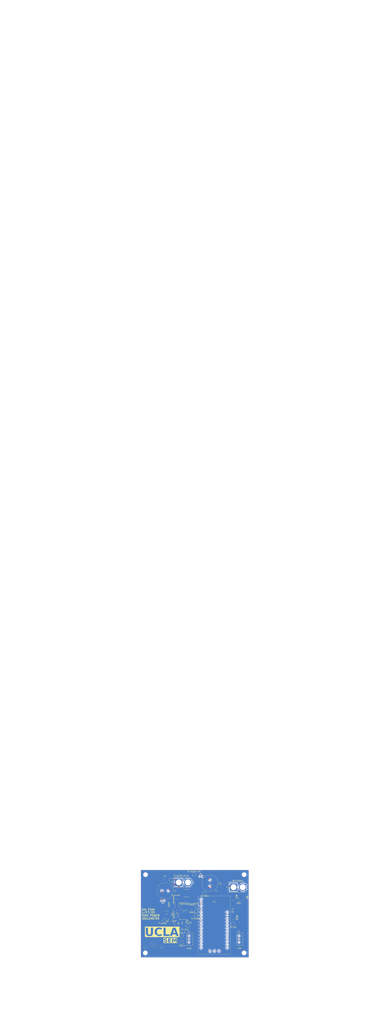
<source format=kicad_pcb>
(kicad_pcb (version 20240108) (generator "pcbnew") (generator_version "8.0")
  (layers (0 "F.Cu" signal) (31 "B.Cu" signal) (34 "B.Paste" user) (35 "F.Paste" user) (36 "B.SilkS" user "B.Silkscreen") (37 "F.SilkS" user "F.Silkscreen") (38 "B.Mask" user) (39 "F.Mask" user) (44 "Edge.Cuts" user))
  (net 0 "")
  (net 1 "Net-(U2-VIN+)")
  (net 2 "/AMP_OUT")
  (net 3 "GND")
  (net 4 "+3V3")
  (net 5 "Net-(U5-CAP)")
  (net 6 "/CSENSE_OUT")
  (net 7 "/MOSI")
  (net 8 "/MISO")
  (net 9 "Net-(U5-AIN2P)")
  (net 10 "/CS")
  (net 11 "/RESET")
  (net 12 "/Vdivider")
  (net 14 "+48V")
  (net 15 "+5V")
  (net 16 "Net-(48V_Power1-POS)")
  (net 17 "/SHUNT_LOAD")
  (net 18 "Net-(INA240A3-IN+)")
  (net 19 "/CAN_H")
  (net 39 "/SCK")
  (net 40 "/GPIO_CLKIN")
  (net 41 "Net-(D1-Pad2)")
  (net 42 "Net-(C2-Pad1)")
  (net 43 "Net-(C3-Pad1)")
  (net 45 "/CAN_L")
  (net 46 "Net-(INA240A3-OUT)")
  (footprint "TestPoint:TestPoint_Pad_D2.5mm" (layer "F.Cu") (at 153.5 69.225)
    (property "Reference" "TP_SHUNT_IN1")
    (property "Value" "~")
  )
  (footprint "SMV_Passives:0603_resistors" (layer "F.Cu") (at 145.575 106.375 90)
    (property "Reference" "R9")
    (property "Value" "20k ohms")
  )
  (footprint "SMV_Passives:Cap0805" (layer "F.Cu") (at 184.26 87.79 90)
    (property "Reference" "C6")
    (property "Value" "10μF" (hide yes))
  )
  (footprint "SMV_Connectors:AMASS_XT60-M" (layer "F.Cu") (at 188.06 79.28)
    (property "Reference" "48V_Power1")
    (property "Value" "XT60-M")
  )
  (footprint "TestPoint:TestPoint_Pad_D2.5mm" (layer "F.Cu") (at 143.912501 122.66401 -90)
    (property "Reference" "TS_CAN_L2" (hide yes))
    (property "Value" "~" (hide yes))
  )
  (footprint "Resistor_THT:R_Axial_DIN0204_L3.6mm_D1.6mm_P1.90mm_Vertical" (layer "F.Cu") (at 157.945 70.9)
    (property "Reference" "R1")
    (property "Value" "R_US")
  )
  (footprint "SMV_Passives:Cap0805" (layer "F.Cu") (at 143.89 95.21 -90)
    (property "Reference" "C11")
    (property "Value" "1μF" (hide yes))
  )
  (footprint "SMV_ICs:TSSOP20_PW_TEX" (layer "F.Cu") (at 145.975 101.170602)
    (property "Reference" "U5")
    (property "Value" "PADS131M04QPWRQ1")
  )
  (footprint "MountingHole:MountingHole_3.2mm_M3" (layer "F.Cu") (at 115.49 69.47)
    (property "Reference" "REF**" (hide yes))
    (property "Value" "MountingHole_3.2mm_M3")
  )
  (footprint "SMV_Passives:CAPC340180_180N_KEM" (layer "F.Cu") (at 175.92 76.99 90)
    (property "Reference" "C1")
    (property "Value" "4.7 µF")
  )
  (footprint "SMV_Passives:0603_resistors" (layer "F.Cu") (at 133.25 99.77 90)
    (property "Reference" "R5")
    (property "Value" "20k ohms")
  )
  (footprint "SMV_ICs:SOT-23-5_MC_MCH" (layer "F.Cu") (at 135.289999 104.795199 -90)
    (property "Reference" "U2")
    (property "Value" "MCP6286T-E/OT")
  )
  (footprint "TestPoint:TestPoint_Pad_D2.5mm" (layer "F.Cu") (at 184.15 108.15)
    (property "Reference" "TP_5V1")
    (property "Value" "~")
  )
  (footprint "SMV_Connectors:3pin_CON_22035035_MOL" (layer "F.Cu") (at 188.75924 117.48 90)
    (property "Reference" "CAN1")
    (property "Value" "22035035" (hide yes))
  )
  (footprint "TestPoint:TestPoint_Pad_D2.5mm" (layer "F.Cu") (at 155.65 94.24)
    (property "Reference" "CLK1")
    (property "Value" "~")
  )
  (footprint "TestPoint:TestPoint_Pad_D2.5mm" (layer "F.Cu") (at 130.4 105.2)
    (property "Reference" "TP_GND1")
    (property "Value" "~")
  )
  (footprint "TestPoint:TestPoint_Pad_D2.5mm" (layer "F.Cu") (at 148.675 109.55)
    (property "Reference" "TP_CS1")
    (property "Value" "~")
  )
  (footprint "TestPoint:TestPoint_Pad_D2.5mm" (layer "F.Cu") (at 155.44 97.96)
    (property "Reference" "MOSI1")
    (property "Value" "~")
  )
  (footprint "SMV_Passives:0805RESC2012X60N" (layer "F.Cu") (at 183.9 95.15 180)
    (property "Reference" "R7")
    (property "Value" "150 ohm")
  )
  (footprint "MountingHole:MountingHole_3.2mm_M3" (layer "F.Cu") (at 192.8 69.47)
    (property "Reference" "REF**" (hide yes))
    (property "Value" "MountingHole_3.2mm_M3")
  )
  (footprint "SMV_Connectors:RP2040" (layer "F.Cu") (at 169.5305 106.5)
    (property "Reference" "RP2")
    (property "Value" "~")
  )
  (footprint "TestPoint:TestPoint_Pad_D2.5mm" (layer "F.Cu") (at 141.83 111.77)
    (property "Reference" "TP_3V3")
    (property "Value" "~")
  )
  (footprint "SMV_Passives:Cap0805" (layer "F.Cu") (at 184.2 103.12 90)
    (property "Reference" "C10")
    (property "Value" "1 µF" (hide yes))
  )
  (footprint "SMV_Passives:0805RESC2012X60N" (layer "F.Cu") (at 139.85 98.4 180)
    (property "Reference" "R6")
    (property "Value" "50 ohms")
  )
  (footprint "TestPoint:TestPoint_Pad_D2.5mm" (layer "F.Cu") (at 161.875 83.975)
    (property "Reference" "TP_48V1")
    (property "Value" "~")
  )
  (footprint "SMV_Passives:Cap0805" (layer "F.Cu") (at 147.82 95.29 90)
    (property "Reference" "C12")
    (property "Value" "1μF" (hide yes))
  )
  (footprint "SMV_ICs:SOP65P640X120-8N" (layer "F.Cu") (at 140.1 93.070602 -90)
    (property "Reference" "INA240A3")
    (property "Value" "~")
  )
  (footprint "SMV_Passives:CAPC17595_87N_KEM" (layer "F.Cu") (at 136 100.5 -90)
    (property "Reference" "C9")
    (property "Value" "4.7nF")
  )
  (footprint "SMV_Passives:0603_resistors" (layer "F.Cu") (at 143.1 108.15 -90)
    (property "Reference" "R10")
    (property "Value" "20k ohms")
  )
  (footprint "SMV_Passives:0805RESC2012X60N" (layer "F.Cu") (at 130.7 98.2 -90)
    (property "Reference" "R4")
    (property "Value" "500k ohms")
  )
  (footprint "SMV_Passives:Big_Chunky_Cap" (layer "F.Cu") (at 165.91675 76.125 -90)
    (property "Reference" "C2")
    (property "Value" "470uF, 63V")
  )
  (footprint "SMV_Passives:Cap0805" (layer "F.Cu") (at 136.6 94.660301 90)
    (property "Reference" "C14")
    (property "Value" "0.1uF,50V" (hide yes))
  )
  (footprint "SMV_Passives:CAPC17595_87N_KEM" (layer "F.Cu") (at 139.85 107.545602 -90)
    (property "Reference" "C8")
    (property "Value" "4.7nF")
  )
  (footprint "SMV_Connectors:3pin_CON_22035035_MOL" (layer "F.Cu") (at 149.555001 117.45401 90)
    (property "Reference" "J3" (hide yes))
    (property "Value" "22035035" (hide yes))
  )
  (footprint "SMV_Passives:0603_resistors" (layer "F.Cu") (at 143.025 105.770602)
    (property "Reference" "R8")
    (property "Value" "20k ohms")
  )
  (footprint "SMV_Passives:Cap0805" (layer "F.Cu") (at 136.68 108.8 180)
    (property "Reference" "C7")
    (property "Value" "0.1uF" (hide yes))
  )
  (footprint "SMV_Passives:Big_Chunky_Cap" (layer "F.Cu") (at 130.825 82.15 180)
    (property "Reference" "C3")
    (property "Value" "470uF, 63V")
  )
  (footprint "MountingHole:MountingHole_3.2mm_M3" (layer "F.Cu") (at 192.77 130.8)
    (property "Reference" "REF**" (hide yes))
    (property "Value" "MountingHole_3.2mm_M3")
  )
  (footprint "TestPoint:TestPoint_Pad_D2.5mm" (layer "F.Cu") (at 143.892501 117.43401 -90)
    (property "Reference" "TS_CAN_H1" (hide yes))
    (property "Value" "~" (hide yes))
  )
  (footprint "TestPoint:TestPoint_Pad_D2.5mm" (layer "F.Cu") (at 154.9 101.55)
    (property "Reference" "TP_MISO1")
    (property "Value" "~")
  )
  (footprint "SMV_Passives:WL-SMCW_0603(diode)" (layer "F.Cu") (at 184.23 97.03 180)
    (property "Reference" "D1")
    (property "Value" "WL-SMCW_0603")
  )
  (footprint "TestPoint:TestPoint_Pad_D2.5mm" (layer "F.Cu") (at 139.475 101.175)
    (property "Reference" "CSNSE1")
    (property "Value" "~")
  )
  (footprint "SMV_Passives:Cap0805" (layer "F.Cu") (at 151.51 95.36 90)
    (property "Reference" "C13")
    (property "Value" "220nF" (hide yes))
  )
  (footprint "SMV_Logo:SEM_logo" (layer "F.Cu") (at 130.14 114.69)
    (property "Reference" "TP1")
    (property "Value" "TestPoint")
  )
  (footprint "SMV_Passives:Cap0805" (layer "F.Cu") (at 192.2 87.28 90)
    (property "Reference" "C5")
    (property "Value" "1μF" (hide yes))
  )
  (footprint "Resistor_THT:R_Axial_DIN0204_L3.6mm_D1.6mm_P1.90mm_Vertical" (layer "F.Cu") (at 130.1875 89.85 180)
    (property "Reference" "R2")
    (property "Value" "R_US")
  )
  (footprint "SMV_Passives:0805RESC2012X60N" (layer "F.Cu") (at 138.96 104.31 180)
    (property "Reference" "R3")
    (property "Value" "50 ohms")
  )
  (footprint "TestPoint:TestPoint_Pad_D2.5mm" (layer "F.Cu") (at 135.25 73.5)
    (property "Reference" "TP_SHUNT_OUT2")
    (property "Value" "~")
  )
  (footprint "MountingHole:MountingHole_3.2mm_M3" (layer "F.Cu") (at 115.33 130.8)
    (property "Reference" "REF**" (hide yes))
    (property "Value" "MountingHole_3.2mm_M3")
  )
  (footprint "SMV_Passives:RES_PSR400IT_ROM-L" (layer "F.Cu") (at 147.4384 83.975 180)
    (property "Reference" "R_shunt1")
    (property "Value" "0.0005ohm")
  )
  (footprint "SMV_ICs:U-DFN2020-6_TYPE-C_DIO-M" (layer "F.Cu") (at 188.4082 89.399999)
    (property "Reference" "LDO1")
    (property "Value" "~")
  )
  (footprint "SMV_Connectors:AMASS_XT60-M" (layer "F.Cu") (at 145.15 75.55)
    (property "Reference" "J1" (hide yes))
    (property "Value" "XT60-M")
  )
  (footprint "SMV_Passives:CAPC340180_180N_KEM" (layer "F.Cu") (at 129.7501 72.55 180)
    (property "Reference" "C4")
    (property "Value" "4.7 µF")
  )
  (gr_poly (pts (xy 125.2353 70.4549) (xy 125.2353 76.2549) (xy 128.99 76.2549) (xy 128.99 75.21) (xy 128.99 69.5549) (xy 126.1353 69.5549)) (fill solid) (layer "F.Cu") (net 3))
  (gr_rect (start 111.395 65.4) (end 196.785 134.75) (stroke (width 0.05)) (fill none) (layer "Edge.Cuts"))
  (gr_text "CAN_N\n" (at 141.48 125.7 0) (layer "F.SilkS") (effects (font (size 1 1)) (justify left bottom)))
  (gr_text "Leo Chen\n1/27/25\nHIGH POWER\nJOULEMETER\n" (at 112.18 104.74 0) (layer "F.SilkS") (effects (font (size 1.5 1.5) (thickness 0.3) (bold yes)) (justify left bottom)))
  (gr_text "CAN_P" (at 141.8 115.51 0) (layer "F.SilkS") (effects (font (size 1 1)) (justify left bottom)))
  (gr_text "CAN" (at 189.3 127.09 0) (layer "F.SilkS") (effects (font (size 1 1))))
  (segment (start 132.27 100.74) (end 130.7 99.17) (width 0.2) (layer "F.Cu") (net 1))
  (segment (start 134.339998 103.5) (end 133.25 102.410002) (width 0.2) (layer "F.Cu") (net 1))
  (segment (start 133.25 100.74) (end 132.27 100.74) (width 0.2) (layer "F.Cu") (net 1))
  (segment (start 133.25 102.410002) (end 133.25 100.74) (width 0.2) (layer "F.Cu") (net 1))
  (segment (start 137.05 104.31) (end 137.99 104.31) (width 0.2) (layer "F.Cu") (net 2))
  (segment (start 136.24 103.5) (end 137.05 104.31) (width 0.2) (layer "F.Cu") (net 2))
  (segment (start 134.339998 106.090398) (end 134.793998 106.090398) (width 0.2) (layer "F.Cu") (net 2))
  (segment (start 134.793998 106.090398) (end 136.394265 104.490131) (width 0.2) (layer "F.Cu") (net 2))
  (segment (start 136.394265 104.490131) (end 136.394265 103.654264) (width 0.2) (layer "F.Cu") (net 2))
  (segment (start 185.05 96.85) (end 185.05 97.7) (width 0.2) (layer "F.Cu") (net 3))
  (segment (start 145.575 107.125) (end 144.35 107.125) (width 0.2) (layer "F.Cu") (net 3))
  (segment (start 143.02225 102.7956) (end 141.7044 102.7956) (width 0.2) (layer "F.Cu") (net 3))
  (segment (start 171.125 129.36) (end 171.14 129.36) (width 0.2) (layer "F.Cu") (net 3))
  (segment (start 142.922248 101.595602) (end 143.02225 101.4956) (width 0.2) (layer "F.Cu") (net 3))
  (segment (start 140.4 95.965602) (end 140.425 95.940602) (width 0.2) (layer "F.Cu") (net 3))
  (segment (start 127.3752 72.55) (end 125.3565 72.55) (width 1) (layer "F.Cu") (net 3))
  (segment (start 139.125 88.75) (end 139.1 88.725) (width 0.2) (layer "F.Cu") (net 3))
  (segment (start 143.027853 98.89) (end 143.02225 98.895603) (width 0.2) (layer "F.Cu") (net 3))
  (segment (start 143.02225 100.845601) (end 141.729399 100.845601) (width 0.2) (layer "F.Cu") (net 3))
  (segment (start 143.89 94.31) (end 143.89 93.188704) (width 0.2) (layer "F.Cu") (net 3))
  (segment (start 137.4 108.870602) (end 137.4 107.775) (width 0.2) (layer "F.Cu") (net 3))
  (segment (start 149.496521 119.72924) (end 149.555001 119.67076) (width 0.2) (layer "F.Cu") (net 3))
  (segment (start 139.85 110.6) (end 139.85 108.445602) (width 0.2) (layer "F.Cu") (net 3))
  (segment (start 157.6 96.4) (end 159.0565 96.4) (width 0.2) (layer "F.Cu") (net 3))
  (segment (start 137.4 107.775) (end 137.45 107.725) (width 0.2) (layer "F.Cu") (net 3))
  (segment (start 135.289999 103.5) (end 135.289999 102.23) (width 0.2) (layer "F.Cu") (net 3))
  (segment (start 141.754397 100.195603) (end 141.75 100.2) (width 0.2) (layer "F.Cu") (net 3))
  (segment (start 147.6875 99.2125) (end 147.675 99.225) (width 0.2) (layer "F.Cu") (net 3))
  (segment (start 133.25 98.8) (end 133.25 97.8) (width 0.2) (layer "F.Cu") (net 3))
  (segment (start 192.84152 125.66652) (end 192.85 125.675) (width 0.2) (layer "F.Cu") (net 3))
  (segment (start 159.0565 96.4) (end 159.1165 96.34) (width 0.2) (layer "F.Cu") (net 3))
  (segment (start 136.6 91.889699) (end 136.6 93.760301) (width 0.2) (layer "F.Cu") (net 3))
  (segment (start 192.45 86.13) (end 192.2 86.38) (width 0.2) (layer "F.Cu") (net 3))
  (segment (start 143.02225 101.4956) (end 141.7294 101.4956) (width 0.2) (layer "F.Cu") (net 3))
  (segment (start 192.45 83.4625) (end 192.45 86.13) (width 0.2) (layer "F.Cu") (net 3))
  (segment (start 135.289999 101.9378) (end 136 101.227799) (width 0.2) (layer "F.Cu") (net 3))
  (segment (start 184.2 102.22) (end 184.35 102.07) (width 0.2) (layer "F.Cu") (net 3))
  (segment (start 148.92775 98.895603) (end 148.004397 98.895603) (width 0.2) (layer "F.Cu") (net 3))
  (segment (start 140.4 97.1) (end 140.4 95.965602) (width 0.2) (layer "F.Cu") (net 3))
  (segment (start 147.82 94.39) (end 147.82 92.098704) (width 0.2) (layer "F.Cu") (net 3))
  (segment (start 143.02225 103.445601) (end 141.695601 103.445601) (width 0.2) (layer "F.Cu") (net 3))
  (segment (start 141.725 101.5) (end 141.575 101.5) (width 0.2) (layer "F.Cu") (net 3))
  (segment (start 135.289999 102.23) (end 135.289999 101.9378) (width 0.2) (layer "F.Cu") (net 3))
  (segment (start 184.35 102.07) (end 184.35 98.4) (width 0.2) (layer "F.Cu") (net 3))
  (segment (start 144.85 98.89) (end 143.027853 98.89) (width 0.2) (layer "F.Cu") (net 3))
  (segment (start 189.475 90.049998) (end 190.625002 90.049998) (width 0.2) (layer "F.Cu") (net 3))
  (segment (start 141.7294 101.4956) (end 141.725 101.5) (width 0.2) (layer "F.Cu") (net 3))
  (segment (start 141.7044 102.7956) (end 141.7 102.8) (width 0.2) (layer "F.Cu") (net 3))
  (segment (start 147.82 92.098704) (end 146.3875 90.666204) (width 0.2) (layer "F.Cu") (net 3))
  (segment (start 136.475 91.875) (end 136.45 91.9) (width 0.2) (layer "F.Cu") (net 3))
  (segment (start 188.75924 119.98) (end 193.60076 119.98) (width 0.2) (layer "F.Cu") (net 3))
  (segment (start 149.496521 119.72924) (end 149.555001 119.67076) (width 0.2) (layer "F.Cu") (net 3))
  (segment (start 185.05 97.7) (end 184.35 98.4) (width 0.2) (layer "F.Cu") (net 3))
  (segment (start 169.5305 129.36) (end 171.125 129.36) (width 0.2) (layer "F.Cu") (net 3))
  (segment (start 151.51 94.46) (end 151.51 94.15) (width 0.2) (layer "F.Cu") (net 3))
  (segment (start 139.125 90.200602) (end 139.125 88.75) (width 0.2) (layer "F.Cu") (net 3))
  (segment (start 144.35 107.125) (end 144.325 107.15) (width 0.2) (layer "F.Cu") (net 3))
  (segment (start 141.695601 103.445601) (end 141.675 103.425) (width 0.2) (layer "F.Cu") (net 3))
  (segment (start 192.45 83.525) (end 192.425 83.55) (width 0.2) (layer "F.Cu") (net 3))
  (segment (start 139.825 110.625) (end 139.85 110.6) (width 0.2) (layer "F.Cu") (net 3))
  (segment (start 151.51 94.15) (end 152.5 93.16) (width 0.2) (layer "F.Cu") (net 3))
  (segment (start 190.625002 90.049998) (end 190.65 90.025) (width 0.2) (layer "F.Cu") (net 3))
  (segment (start 143.89 93.188704) (end 146.3875 90.691204) (width 0.2) (layer "F.Cu") (net 3))
  (segment (start 143.02225 100.195603) (end 141.754397 100.195603) (width 0.2) (layer "F.Cu") (net 3))
  (segment (start 130.4 105.2) (end 128.375 105.2) (width 0.2) (layer "F.Cu") (net 3))
  (segment (start 171.14 129.36) (end 171.15 129.35) (width 0.2) (layer "F.Cu") (net 3))
  (segment (start 141.729399 100.845601) (end 141.725 100.85) (width 0.2) (layer "F.Cu") (net 3))
  (segment (start 148.004397 98.895603) (end 147.6875 99.2125) (width 0.2) (layer "F.Cu") (net 3))
  (via (at 130.675 125.375) (size 0.6) (drill 0.3) (layers "F.Cu" "B.Cu") (net 3))
  (via (at 125.4501 72.55) (size 0.6) (drill 0.3) (layers "F.Cu" "B.Cu") (net 3))
  (via (at 141.725 101.5) (size 0.6) (drill 0.3) (layers "F.Cu" "B.Cu") (net 3))
  (via (at 135.15 88.825) (size 0.6) (drill 0.3) (layers "F.Cu" "B.Cu") (net 3))
  (via (at 123.475 118.475) (size 0.6) (drill 0.3) (layers "F.Cu" "B.Cu") (net 3))
  (via (at 141.75 100.2) (size 0.6) (drill 0.3) (layers "F.Cu" "B.Cu") (net 3))
  (via (at 187.41 132.51) (size 0.6) (drill 0.3) (layers "F.Cu" "B.Cu") (net 3))
  (via (at 123.075 97.6) (size 0.6) (drill 0.3) (layers "F.Cu" "B.Cu") (net 3))
  (via (at 128.375 105.2) (size 0.6) (drill 0.3) (layers "F.Cu" "B.Cu") (net 3))
  (via (at 190.65 90.025) (size 0.6) (drill 0.3) (layers "F.Cu" "B.Cu") (net 3))
  (via (at 147.6875 99.2125) (size 0.6) (drill 0.3) (layers "F.Cu" "B.Cu") (net 3))
  (via (at 123.075 107.475) (size 0.6) (drill 0.3) (layers "F.Cu" "B.Cu") (net 3))
  (via (at 139.1 88.725) (size 0.6) (drill 0.3) (layers "F.Cu" "B.Cu") (net 3))
  (via (at 137.45 107.725) (size 0.6) (drill 0.3) (layers "F.Cu" "B.Cu") (net 3))
  (via (at 193.95 67.05) (size 0.6) (drill 0.3) (layers "F.Cu" "B.Cu") (net 3))
  (via (at 141.7 102.8) (size 0.6) (drill 0.3) (layers "F.Cu" "B.Cu") (net 3))
  (via (at 138.075 132.75) (size 0.6) (drill 0.3) (layers "F.Cu" "B.Cu") (net 3))
  (via (at 135.289999 102.23) (size 0.6) (drill 0.3) (layers "F.Cu" "B.Cu") (net 3))
  (via (at 193.60924 119.98848) (size 0.6) (drill 0.3) (layers "F.Cu" "B.Cu") (net 3))
  (via (at 195.15 97.425) (size 0.6) (drill 0.3) (layers "F.Cu" "B.Cu") (net 3))
  (via (at 125.5 74.2) (size 0.6) (drill 0.3) (layers "F.Cu" "B.Cu") (net 3))
  (via (at 136.625 91.864699) (size 0.6) (drill 0.3) (layers "F.Cu" "B.Cu") (net 3))
  (via (at 122.95 132.525) (size 0.6) (drill 0.3) (layers "F.Cu" "B.Cu") (net 3))
  (via (at 152.5 93.16) (size 0.6) (drill 0.3) (layers "F.Cu" "B.Cu") (net 3))
  (via (at 130.875 132.45) (size 0.6) (drill 0.3) (layers "F.Cu" "B.Cu") (net 3))
  (via (at 184.35 98.4) (size 0.6) (drill 0.3) (layers "F.Cu" "B.Cu") (net 3))
  (via (at 123.125 125.325) (size 0.6) (drill 0.3) (layers "F.Cu" "B.Cu") (net 3))
  (via (at 139.825 110.625) (size 0.6) (drill 0.3) (layers "F.Cu" "B.Cu") (net 3))
  (via (at 125.5 70.7) (size 0.6) (drill 0.3) (layers "F.Cu" "B.Cu") (net 3))
  (via (at 192.475 83.4375) (size 0.6) (drill 0.3) (layers "F.Cu" "B.Cu") (net 3))
  (via (at 168 66.8) (size 0.6) (drill 0.3) (layers "F.Cu" "B.Cu") (net 3))
  (via (at 146.3875 90.666204) (size 0.6) (drill 0.3) (layers "F.Cu" "B.Cu") (net 3))
  (via (at 188.975 106.975) (size 0.6) (drill 0.3) (layers "F.Cu" "B.Cu") (net 3))
  (via (at 157.3 92.8) (size 0.6) (drill 0.3) (layers "F.Cu" "B.Cu") (net 3))
  (via (at 133.25 97.8) (size 0.6) (drill 0.3) (layers "F.Cu" "B.Cu") (net 3))
  (via (at 141.675 103.425) (size 0.6) (drill 0.3) (layers "F.Cu" "B.Cu") (net 3))
  (via (at 144.325 107.15) (size 0.6) (drill 0.3) (layers "F.Cu" "B.Cu") (net 3))
  (via (at 155.785 133.32848) (size 0.6) (drill 0.3) (layers "F.Cu" "B.Cu") (net 3))
  (via (at 169.5 98.85) (size 0.6) (drill 0.3) (layers "F.Cu" "B.Cu") (net 3))
  (via (at 141.729399 100.845601) (size 0.6) (drill 0.3) (layers "F.Cu" "B.Cu") (net 3))
  (via (at 189.05 73.84) (size 0.6) (drill 0.3) (layers "F.Cu" "B.Cu") (net 3))
  (via (at 137.475 118.525) (size 0.6) (drill 0.3) (layers "F.Cu" "B.Cu") (net 3))
  (via (at 169.375 118.825) (size 0.6) (drill 0.3) (layers "F.Cu" "B.Cu") (net 3))
  (via (at 157.6 96.4) (size 0.6) (drill 0.3) (layers "F.Cu" "B.Cu") (net 3))
  (via (at 146.877501 114.17401) (size 0.6) (drill 0.3) (layers "F.Cu" "B.Cu") (net 3))
  (via (at 130.5 118.425) (size 0.6) (drill 0.3) (layers "F.Cu" "B.Cu") (net 3))
  (via (at 144.85 98.89) (size 0.6) (drill 0.3) (layers "F.Cu" "B.Cu") (net 3))
  (via (at 171.125 129.36) (size 0.6) (drill 0.3) (layers "F.Cu" "B.Cu") (net 3))
  (via (at 137.575 125.375) (size 0.6) (drill 0.3) (layers "F.Cu" "B.Cu") (net 3))
  (via (at 180.6 133.425) (size 0.6) (drill 0.3) (layers "F.Cu" "B.Cu") (net 3))
  (via (at 140.4 97.1) (size 0.6) (drill 0.3) (layers "F.Cu" "B.Cu") (net 3))
  (via (at 195.5 115.075) (size 0.6) (drill 0.3) (layers "F.Cu" "B.Cu") (net 3))
  (segment (start 148.92775 98.245604) (end 147.479396 98.245604) (width 0.35) (layer "F.Cu") (net 4))
  (segment (start 143.25 96) (end 141.95 94.7) (width 0.35) (layer "F.Cu") (net 4))
  (segment (start 150.02 95.08) (end 149.075 96.025) (width 0.35) (layer "F.Cu") (net 4))
  (segment (start 146.875 98.85) (end 146.875 108.025) (width 0.35) (layer "F.Cu") (net 4))
  (segment (start 180.81 91.26) (end 182.925 93.375) (width 0.35) (layer "F.Cu") (net 4))
  (segment (start 151.96 91.26) (end 150.02 93.2) (width 0.35) (layer "F.Cu") (net 4))
  (segment (start 142.275 106.575) (end 143.1 107.4) (width 0.2) (layer "F.Cu") (net 4))
  (segment (start 136.24 108.34) (end 136.24 106.090398) (width 0.5) (layer "F.Cu") (net 4))
  (segment (start 159.1165 91.26) (end 151.96 91.26) (width 0.35) (layer "F.Cu") (net 4))
  (segment (start 135.78 108.8) (end 136.24 108.34) (width 0.5) (layer "F.Cu") (net 4))
  (segment (start 142.275 105.770602) (end 142.275 106.575) (width 0.2) (layer "F.Cu") (net 4))
  (segment (start 144.375 108.38) (end 143.41 107.415) (width 0.35) (layer "F.Cu") (net 4))
  (segment (start 141.95 94.7) (end 140.05 94.7) (width 0.35) (layer "F.Cu") (net 4))
  (segment (start 143.41 107.415) (end 143.1 107.415) (width 0.35) (layer "F.Cu") (net 4))
  (segment (start 139.775 94.975) (end 139.775 95.940602) (width 0.35) (layer "F.Cu") (net 4))
  (segment (start 139.125 95.940602) (end 139.775 95.940602) (width 0.35) (layer "F.Cu") (net 4))
  (segment (start 159.1165 91.26) (end 159.1165 93.8) (width 0.35) (layer "F.Cu") (net 4))
  (segment (start 142.675 107.4) (end 143.1 107.4) (width 0.5) (layer "F.Cu") (net 4))
  (segment (start 138.744699 95.560301) (end 139.125 95.940602) (width 0.35) (layer "F.Cu") (net 4))
  (segment (start 144.0875 97.180352) (end 143.02225 98.245602) (width 0.35) (layer "F.Cu") (net 4))
  (segment (start 147.479396 98.245604) (end 146.875 98.85) (width 0.35) (layer "F.Cu") (net 4))
  (segment (start 144.0875 96) (end 143.25 96) (width 0.35) (layer "F.Cu") (net 4))
  (segment (start 135.78 110.025) (end 135.78 108.8) (width 0.5) (layer "F.Cu") (net 4))
  (segment (start 144.0875 96) (end 144.0875 97.180352) (width 0.35) (layer "F.Cu") (net 4))
  (segment (start 148.0875 97.405354) (end 148.92775 98.245604) (width 0.35) (layer "F.Cu") (net 4))
  (segment (start 159.1165 91.26) (end 180.81 91.26) (width 0.35) (layer "F.Cu") (net 4))
  (segment (start 146.52 108.38) (end 144.375 108.38) (width 0.35) (layer "F.Cu") (net 4))
  (segment (start 148.0875 96.025) (end 144.1125 96.025) (width 0.35) (layer "F.Cu") (net 4))
  (segment (start 150.02 93.2) (end 150.02 95.08) (width 0.35) (layer "F.Cu") (net 4))
  (segment (start 137.525 111.77) (end 135.78 110.025) (width 0.5) (layer "F.Cu") (net 4))
  (segment (start 141.83 111.77) (end 141.83 108.245) (width 0.5) (layer "F.Cu") (net 4))
  (segment (start 140.05 94.7) (end 139.775 94.975) (width 0.35) (layer "F.Cu") (net 4))
  (segment (start 136.6 95.560301) (end 138.744699 95.560301) (width 0.35) (layer "F.Cu") (net 4))
  (segment (start 182.925 93.375) (end 182.925 95.15) (width 0.35) (layer "F.Cu") (net 4))
  (segment (start 141.83 111.77) (end 137.525 111.77) (width 0.5) (layer "F.Cu") (net 4))
  (segment (start 149.075 96.025) (end 148.0875 96.025) (width 0.35) (layer "F.Cu") (net 4))
  (segment (start 141.83 108.245) (end 142.675 107.4) (width 0.5) (layer "F.Cu") (net 4))
  (segment (start 148.0875 96.025) (end 148.0875 97.405354) (width 0.35) (layer "F.Cu") (net 4))
  (segment (start 146.875 108.025) (end 146.52 108.38) (width 0.35) (layer "F.Cu") (net 4))
  (segment (start 151.51 97.711689) (end 151.51 96.26) (width 0.2) (layer "F.Cu") (net 5))
  (segment (start 149.676085 99.545604) (end 151.51 97.711689) (width 0.2) (layer "F.Cu") (net 5))
  (segment (start 148.92775 99.545604) (end 149.676085 99.545604) (width 0.2) (layer "F.Cu") (net 5))
  (segment (start 139.475 98.775) (end 139.1 98.4) (width 0.2) (layer "F.Cu") (net 6))
  (segment (start 141.104399 99.545601) (end 139.475 101.175) (width 0.2) (layer "F.Cu") (net 6))
  (segment (start 136.6 99.6) (end 137.7 98.5) (width 0.2) (layer "F.Cu") (net 6))
  (segment (start 138.95 98.5) (end 138.95 98.1) (width 0.2) (layer "F.Cu") (net 6))
  (segment (start 136 99.6) (end 136.6 99.6) (width 0.2) (layer "F.Cu") (net 6))
  (segment (start 139.575 102.1) (end 139.5 102.1) (width 0.2) (layer "F.Cu") (net 6))
  (segment (start 143.02225 99.545601) (end 141.104399 99.545601) (width 0.2) (layer "F.Cu") (net 6))
  (segment (start 137.7 98.5) (end 138.95 98.5) (width 0.2) (layer "F.Cu") (net 6))
  (segment (start 139.475 101.175) (end 139.475 98.775) (width 0.2) (layer "F.Cu") (net 6))
  (segment (start 152.803204 97.875) (end 154.775 97.875) (width 0.2) (layer "F.Cu") (net 7))
  (segment (start 155.075 97.825) (end 155.305 97.825) (width 0.2) (layer "F.Cu") (net 7))
  (segment (start 155.305 97.825) (end 158.9 101.42) (width 0.2) (layer "F.Cu") (net 7))
  (segment (start 149.8326 100.845604) (end 152.803204 97.875) (width 0.2) (layer "F.Cu") (net 7))
  (segment (start 148.92775 100.845604) (end 149.8326 100.845604) (width 0.2) (layer "F.Cu") (net 7))
  (segment (start 158.9 101.42) (end 159.1165 101.42) (width 0.2) (layer "F.Cu") (net 7))
  (segment (start 158.596502 100.900002) (end 159.1165 101.42) (width 0.2) (layer "F.Cu") (net 7))
  (segment (start 154.845603 101.495603) (end 154.9 101.55) (width 0.2) (layer "F.Cu") (net 8))
  (segment (start 156.7065 101.55) (end 159.1165 103.96) (width 0.2) (layer "F.Cu") (net 8))
  (segment (start 148.92775 101.495603) (end 154.845603 101.495603) (width 0.2) (layer "F.Cu") (net 8))
  (segment (start 154.9 101.55) (end 156.7065 101.55) (width 0.2) (layer "F.Cu") (net 8))
  (segment (start 143.9271 102.145601) (end 144.0271 102.245601) (width 0.2) (layer "F.Cu") (net 9))
  (segment (start 143.920602 105.625) (end 143.775 105.770602) (width 0.2) (layer "F.Cu") (net 9))
  (segment (start 144.0271 105.518502) (end 143.775 105.770602) (width 0.2) (layer "F.Cu") (net 9))
  (segment (start 144.0271 102.245601) (end 144.0271 105.518502) (width 0.2) (layer "F.Cu") (net 9))
  (segment (start 143.02225 102.145601) (end 143.9271 102.145601) (width 0.2) (layer "F.Cu") (net 9))
  (segment (start 145.575 105.625) (end 143.920602 105.625) (width 0.2) (layer "F.Cu") (net 9))
  (segment (start 144.3 110.15) (end 148.075 110.15) (width 0.2) (layer "F.Cu") (net 10))
  (segment (start 143.1 108.95) (end 144.3 110.15) (width 0.2) (layer "F.Cu") (net 10))
  (segment (start 153.2 106.5) (end 159.1165 106.5) (width 0.2) (layer "F.Cu") (net 10))
  (segment (start 148.675 109.55) (end 148.675 109.65) (width 0.2) (layer "F.Cu") (net 10))
  (segment (start 143.1 108.9) (end 143.1 108.95) (width 0.2) (layer "F.Cu") (net 10))
  (segment (start 148.0229 103.445604) (end 147.9 103.568504) (width 0.2) (layer "F.Cu") (net 10))
  (segment (start 148.92775 103.445604) (end 150.145604 103.445604) (width 0.2) (layer "F.Cu") (net 10))
  (segment (start 147.9 106.129916) (end 148.675 106.904916) (width 0.2) (layer "F.Cu") (net 10))
  (segment (start 148.675 106.904916) (end 148.675 109.55) (width 0.2) (layer "F.Cu") (net 10))
  (segment (start 147.9 103.568504) (end 147.9 106.129916) (width 0.2) (layer "F.Cu") (net 10))
  (segment (start 150.145604 103.445604) (end 153.2 106.5) (width 0.2) (layer "F.Cu") (net 10))
  (segment (start 148.92775 103.445604) (end 148.0229 103.445604) (width 0.2) (layer "F.Cu") (net 10))
  (segment (start 148.075 110.15) (end 148.675 109.55) (width 0.2) (layer "F.Cu") (net 10))
  (segment (start 153.872148 109.04) (end 159.1165 109.04) (width 0.2) (layer "F.Cu") (net 11))
  (segment (start 148.92775 104.095602) (end 153.872148 109.04) (width 0.2) (layer "F.Cu") (net 11))
  (segment (start 139.85 104.645602) (end 139.525 104.320602) (width 0.2) (layer "F.Cu") (net 12))
  (segment (start 139.85 106.645602) (end 139.85 104.645602) (width 0.2) (layer "F.Cu") (net 12))
  (segment (start 142.797248 104.320602) (end 143.02225 104.0956) (width 0.2) (layer "F.Cu") (net 12))
  (segment (start 139.525 104.320602) (end 142.797248 104.320602) (width 0.2) (layer "F.Cu") (net 12))
  (segment (start 147 84.65) (end 147.675 83.975) (width 0.2) (layer "F.Cu") (net 14))
  (segment (start 145.590686 88.55) (end 147 87.140686) (width 0.2) (layer "F.Cu") (net 14))
  (segment (start 153.5 69.225) (end 155.55 71.275) (width 1) (layer "F.Cu") (net 14))
  (segment (start 153.5 69.225) (end 152.425 68.15) (width 1) (layer "F.Cu") (net 14))
  (segment (start 123.65 70.15) (end 123.65 89.6006) (width 1) (layer "F.Cu") (net 14))
  (segment (start 147.675 83.975) (end 151.35 83.975) (width 0.2) (layer "F.Cu") (net 14))
  (segment (start 161.875 82.675) (end 161.875 83.975) (width 1) (layer "F.Cu") (net 14))
  (segment (start 123.75 89.7006) (end 123.8122 89.7628) (width 1) (layer "F.Cu") (net 14))
  (segment (start 189.475 88.75) (end 192.046296 88.75) (width 0.25) (layer "F.Cu") (net 14))
  (segment (start 192.046296 88.75) (end 192.45 88.346296) (width 0.25) (layer "F.Cu") (net 14))
  (segment (start 183.725 78.1) (end 189.475 83.85) (width 0.35) (layer "F.Cu") (net 14))
  (segment (start 125.65 68.15) (end 123.65 70.15) (width 1) (layer "F.Cu") (net 14))
  (segment (start 141.290603 88.55) (end 145.590686 88.55) (width 0.2) (layer "F.Cu") (net 14))
  (segment (start 165.91675 78.63325) (end 161.875 82.675) (width 1) (layer "F.Cu") (net 14))
  (segment (start 123.8122 89.7628) (end 130.7 96.6506) (width 1) (layer "F.Cu") (net 14))
  (segment (start 155.55 71.275) (end 155.55 79.775) (width 1) (layer "F.Cu") (net 14))
  (segment (start 176 78.63325) (end 183.81325 78.63325) (width 1) (layer "F.Cu") (net 14))
  (segment (start 155.55 79.775) (end 151.35 83.975) (width 1) (layer "F.Cu") (net 14))
  (segment (start 140.425 90.200602) (end 140.425 89.415603) (width 0.2) (layer "F.Cu") (net 14))
  (segment (start 189.475 83.85) (end 189.475 88.75) (width 0.35) (layer "F.Cu") (net 14))
  (segment (start 140.425 89.415603) (end 141.290603 88.55) (width 0.2) (layer "F.Cu") (net 14))
  (segment (start 130.7 96.6506) (end 130.7 97.23) (width 1) (layer "F.Cu") (net 14))
  (segment (start 152.425 68.15) (end 125.65 68.15) (width 1) (layer "F.Cu") (net 14))
  (segment (start 151.35 83.975) (end 161.875 83.975) (width 1) (layer "F.Cu") (net 14))
  (segment (start 147 87.140686) (end 147 84.65) (width 0.2) (layer "F.Cu") (net 14))
  (segment (start 165.91675 78.63325) (end 176 78.63325) (width 1) (layer "F.Cu") (net 14))
  (segment (start 123.65 89.6006) (end 123.8122 89.7628) (width 1) (layer "F.Cu") (net 14))
  (segment (start 183.81325 78.63325) (end 184.46 79.28) (width 1) (layer "F.Cu") (net 14))
  (segment (start 183.926204 103.96) (end 184.175 104.208796) (width 0.35) (layer "F.Cu") (net 15))
  (segment (start 185.216204 104.208796) (end 184.175 104.208796) (width 0.35) (layer "F.Cu") (net 15))
  (segment (start 184.175 108.125) (end 184.15 108.15) (width 0.35) (layer "F.Cu") (net 15))
  (segment (start 184.275 88.729398) (end 184.275 89.7) (width 0.35) (layer "F.Cu") (net 15))
  (segment (start 179.5 103.96) (end 183.926204 103.96) (width 0.35) (layer "F.Cu") (net 15))
  (segment (start 179.54 104) (end 179.5 103.96) (width 0.2) (layer "F.Cu") (net 15))
  (segment (start 184.275 88.729398) (end 187.320798 88.729398) (width 0.35) (layer "F.Cu") (net 15))
  (segment (start 184.275 89.7) (end 186.725 92.15) (width 0.35) (layer "F.Cu") (net 15))
  (segment (start 186.725 92.15) (end 186.725 102.7) (width 0.35) (layer "F.Cu") (net 15))
  (segment (start 187.320798 88.729398) (end 187.3414 88.75) (width 0.2) (layer "F.Cu") (net 15))
  (segment (start 186.725 102.7) (end 185.216204 104.208796) (width 0.35) (layer "F.Cu") (net 15))
  (segment (start 184.175 104.208796) (end 184.175 108.125) (width 0.35) (layer "F.Cu") (net 15))
  (segment (start 139.93325 75.55) (end 141.55 75.55) (width 1) (layer "F.Cu") (net 17))
  (segment (start 145.5 88.075) (end 141.115603 88.075) (width 0.2) (layer "F.Cu") (net 17))
  (segment (start 146.375 84.625) (end 146.375 87.2) (width 0.2) (layer "F.Cu") (net 17))
  (segment (start 141.55 75.55) (end 139.5 73.5) (width 1) (layer "F.Cu") (net 17))
  (segment (start 139.5 73.5) (end 135.25 73.5) (width 1) (layer "F.Cu") (net 17))
  (segment (start 141.55 75.55) (end 141.55 81.9982) (width 1) (layer "F.Cu") (net 17))
  (segment (start 135.25 73.5) (end 134.3 72.55) (width 1) (layer "F.Cu") (net 17))
  (segment (start 141.55 81.9982) (end 143.5268 83.975) (width 1) (layer "F.Cu") (net 17))
  (segment (start 145.725 83.975) (end 143.5268 83.975) (width 0.2) (layer "F.Cu") (net 17))
  (segment (start 146.375 87.2) (end 145.5 88.075) (width 0.2) (layer "F.Cu") (net 17))
  (segment (start 141.115603 88.075) (end 139.775 89.415603) (width 0.2) (layer "F.Cu") (net 17))
  (segment (start 134.3 72.55) (end 131.152898 72.55) (width 1) (layer "F.Cu") (net 17))
  (segment (start 133.33325 82.15) (end 139.93325 75.55) (width 1) (layer "F.Cu") (net 17))
  (segment (start 145.725 83.975) (end 146.375 84.625) (width 0.2) (layer "F.Cu") (net 17))
  (segment (start 139.775 89.415603) (end 139.775 90.200602) (width 0.2) (layer "F.Cu") (net 17))
  (segment (start 156.7532 129.525) (end 152.085 124.8568) (width 0.2) (layer "F.Cu") (net 19))
  (segment (start 143.892501 117.43401) (end 149.535001 117.43401) (width 0.2) (layer "F.Cu") (net 19))
  (segment (start 160.380116 128.767833) (end 160.380116 129.285) (width 0.2) (layer "F.Cu") (net 19))
  (segment (start 157.620116 128.527833) (end 157.740116 128.527833) (width 0.2) (layer "F.Cu") (net 19))
  (segment (start 149.535001 117.43401) (end 149.555001 117.45401) (width 0.2) (layer "F.Cu") (net 19))
  (segment (start 162.180116 129.285) (end 162.180116 128.767846) (width 0.2) (layer "F.Cu") (net 19))
  (segment (start 159.420116 129.525) (end 159.540116 129.525) (width 0.2) (layer "F.Cu") (net 19))
  (segment (start 162.420116 128.527846) (end 162.540116 128.527846) (width 0.2) (layer "F.Cu") (net 19))
  (segment (start 152.085 119.984009) (end 149.555001 117.45401) (width 0.2) (layer "F.Cu") (net 19))
  (segment (start 174.96 128.91) (end 173.86 127.81) (width 0.2) (layer "F.Cu") (net 19))
  (segment (start 152.085 124.8568) (end 152.085 119.984009) (width 0.2) (layer "F.Cu") (net 19))
  (segment (start 158.220116 129.525) (end 158.340116 129.525) (width 0.2) (layer "F.Cu") (net 19))
  (segment (start 163.020116 129.525) (end 163.140116 129.525) (width 0.2) (layer "F.Cu") (net 19))
  (segment (start 159.780116 129.285) (end 159.780116 128.767833) (width 0.2) (layer "F.Cu") (net 19))
  (segment (start 188.75924 117.48) (end 183.645 122.59424) (width 0.2) (layer "F.Cu") (net 19))
  (segment (start 157.980116 128.767833) (end 157.980116 129.285) (width 0.2) (layer "F.Cu") (net 19))
  (segment (start 157.140116 129.525) (end 156.7532 129.525) (width 0.2) (layer "F.Cu") (net 19))
  (segment (start 183.645 122.59424) (end 183.645 126.3268) (width 0.2) (layer "F.Cu") (net 19))
  (segment (start 173.86 127.81) (end 167.5805 127.81) (width 0.2) (layer "F.Cu") (net 19))
  (segment (start 167.5805 127.81) (end 166.0305 129.36) (width 0.2) (layer "F.Cu") (net 19))
  (segment (start 162.780116 128.767846) (end 162.780116 129.285) (width 0.2) (layer "F.Cu") (net 19))
  (segment (start 164.125 129.36) (end 166.0305 129.36) (width 0.2) (layer "F.Cu") (net 19))
  (segment (start 160.020116 128.527833) (end 160.140116 128.527833) (width 0.2) (layer "F.Cu") (net 19))
  (segment (start 161.580116 128.767833) (end 161.580116 129.285) (width 0.2) (layer "F.Cu") (net 19))
  (segment (start 163.96 129.525) (end 164.125 129.36) (width 0.2) (layer "F.Cu") (net 19))
  (segment (start 161.820116 129.525) (end 161.940116 129.525) (width 0.2) (layer "F.Cu") (net 19))
  (segment (start 158.820116 128.527833) (end 158.940116 128.527833) (width 0.2) (layer "F.Cu") (net 19))
  (segment (start 183.645 126.3268) (end 181.0618 128.91) (width 0.2) (layer "F.Cu") (net 19))
  (segment (start 161.220116 128.527833) (end 161.340116 128.527833) (width 0.2) (layer "F.Cu") (net 19))
  (segment (start 181.0618 128.91) (end 174.96 128.91) (width 0.2) (layer "F.Cu") (net 19))
  (segment (start 163.140116 129.525) (end 163.96 129.525) (width 0.2) (layer "F.Cu") (net 19))
  (segment (start 158.580116 129.285) (end 158.580116 128.767833) (width 0.2) (layer "F.Cu") (net 19))
  (segment (start 157.380116 129.285) (end 157.380116 128.767833) (width 0.2) (layer "F.Cu") (net 19))
  (segment (start 159.180116 128.767833) (end 159.180116 129.285) (width 0.2) (layer "F.Cu") (net 19))
  (segment (start 160.620116 129.525) (end 160.740116 129.525) (width 0.2) (layer "F.Cu") (net 19))
  (segment (start 160.980116 129.285) (end 160.980116 128.767833) (width 0.2) (layer "F.Cu") (net 19))
  (arc (start 158.940116 128.527833) (mid 159.109822 128.598127) (end 159.180116 128.767833) (width 0.2) (layer "F.Cu") (net 19))
  (arc (start 161.580116 129.285) (mid 161.65041 129.454706) (end 161.820116 129.525) (width 0.2) (layer "F.Cu") (net 19))
  (arc (start 160.380116 129.285) (mid 160.45041 129.454706) (end 160.620116 129.525) (width 0.2) (layer "F.Cu") (net 19))
  (arc (start 157.380116 128.767833) (mid 157.45041 128.598127) (end 157.620116 128.527833) (width 0.2) (layer "F.Cu") (net 19))
  (arc (start 162.540116 128.527846) (mid 162.709822 128.59814) (end 162.780116 128.767846) (width 0.2) (layer "F.Cu") (net 19))
  (arc (start 160.140116 128.527833) (mid 160.309822 128.598127) (end 160.380116 128.767833) (width 0.2) (layer "F.Cu") (net 19))
  (arc (start 160.740116 129.525) (mid 160.909822 129.454706) (end 160.980116 129.285) (width 0.2) (layer "F.Cu") (net 19))
  (arc (start 157.980116 129.285) (mid 158.05041 129.454706) (end 158.220116 129.525) (width 0.2) (layer "F.Cu") (net 19))
  (arc (start 161.940116 129.525) (mid 162.109822 129.454706) (end 162.180116 129.285) (width 0.2) (layer "F.Cu") (net 19))
  (arc (start 159.780116 128.767833) (mid 159.85041 128.598127) (end 160.020116 128.527833) (width 0.2) (layer "F.Cu") (net 19))
  (arc (start 158.580116 128.767833) (mid 158.65041 128.598127) (end 158.820116 128.527833) (width 0.2) (layer "F.Cu") (net 19))
  (arc (start 160.980116 128.767833) (mid 161.05041 128.598127) (end 161.220116 128.527833) (width 0.2) (layer "F.Cu") (net 19))
  (arc (start 157.740116 128.527833) (mid 157.909822 128.598127) (end 157.980116 128.767833) (width 0.2) (layer "F.Cu") (net 19))
  (arc (start 157.140116 129.525) (mid 157.309822 129.454706) (end 157.380116 129.285) (width 0.2) (layer "F.Cu") (net 19))
  (arc (start 162.780116 129.285) (mid 162.85041 129.454706) (end 163.020116 129.525) (width 0.2) (layer "F.Cu") (net 19))
  (arc (start 162.180116 128.767846) (mid 162.25041 128.59814) (end 162.420116 128.527846) (width 0.2) (layer "F.Cu") (net 19))
  (arc (start 159.180116 129.285) (mid 159.25041 129.454706) (end 159.420116 129.525) (width 0.2) (layer "F.Cu") (net 19))
  (arc (start 158.340116 129.525) (mid 158.509822 129.454706) (end 158.580116 129.285) (width 0.2) (layer "F.Cu") (net 19))
  (arc (start 161.340116 128.527833) (mid 161.509822 128.598127) (end 161.580116 128.767833) (width 0.2) (layer "F.Cu") (net 19))
  (arc (start 159.540116 129.525) (mid 159.709822 129.454706) (end 159.780116 129.285) (width 0.2) (layer "F.Cu") (net 19))
  (segment (start 161 112.2365) (end 159.1165 114.12) (width 0.2) (layer "F.Cu") (net 39))
  (segment (start 152.270604 102.145604) (end 155.375 105.25) (width 0.2) (layer "F.Cu") (net 39))
  (segment (start 161 106) (end 161 112.2365) (width 0.2) (layer "F.Cu") (net 39))
  (segment (start 155.375 105.23) (end 160.25 105.23) (width 0.2) (layer "F.Cu") (net 39))
  (segment (start 148.92775 102.145604) (end 152.270604 102.145604) (width 0.2) (layer "F.Cu") (net 39))
  (segment (start 160.25 105.25) (end 161 106) (width 0.2) (layer "F.Cu") (net 39))
  (segment (start 148.92775 100.195603) (end 149.591772 100.195603) (width 0.2) (layer "F.Cu") (net 40))
  (segment (start 157 95.59) (end 157 96.7635) (width 0.2) (layer "F.Cu") (net 40))
  (segment (start 155.587375 94.2) (end 155.61 94.2) (width 0.2) (layer "F.Cu") (net 40))
  (segment (start 149.591772 100.195603) (end 155.587375 94.2) (width 0.2) (layer "F.Cu") (net 40))
  (segment (start 157 96.7635) (end 159.1165 98.88) (width 0.2) (layer "F.Cu") (net 40))
  (segment (start 155.61 94.2) (end 157 95.59) (width 0.2) (layer "F.Cu") (net 40))
  (segment (start 184.87 95.15) (end 184.87 95.43) (width 0.2) (layer "F.Cu") (net 41))
  (segment (start 184.87 95.43) (end 183.45 96.85) (width 0.2) (layer "F.Cu") (net 41))
  (segment (start 163.2 70.9) (end 165.91675 73.61675) (width 1) (layer "F.Cu") (net 42))
  (segment (start 159.845 70.9) (end 163.2 70.9) (width 1) (layer "F.Cu") (net 42))
  (segment (start 128.2875 89.85) (end 128.2875 82.17925) (width 1) (layer "F.Cu") (net 43))
  (segment (start 128.2875 82.17925) (end 128.31675 82.15) (width 1) (layer "F.Cu") (net 43))
  (segment (start 182.781959 128.786582) (end 182.471492 128.476115) (width 0.2) (layer "F.Cu") (net 45))
  (segment (start 178.002509 130.039049) (end 178.002509 129.6) (width 0.2) (layer "F.Cu") (net 45))
  (segment (start 175.002509 129.6) (end 175.002509 130.039051) (width 0.2) (layer "F.Cu") (net 45))
  (segment (start 180.762509 129.36) (end 181.2482 129.36) (width 0.2) (layer "F.Cu") (net 45))
  (segment (start 164.835 130.85) (end 163.96 129.975) (width 0.2) (layer "F.Cu") (net 45))
  (segment (start 176.802509 130.039051) (end 176.802509 129.6) (width 0.2) (layer "F.Cu") (net 45))
  (segment (start 182.895759 128.051852) (end 183.20619 128.362283) (width 0.2) (layer "F.Cu") (net 45))
  (segment (start 182.471492 128.136704) (end 182.556347 128.051852) (width 0.2) (layer "F.Cu") (net 45))
  (segment (start 177.402509 129.6) (end 177.402509 130.039049) (width 0.2) (layer "F.Cu") (net 45))
  (segment (start 183.864496 126.743704) (end 184.095 126.5132) (width 0.2) (layer "F.Cu") (net 45))
  (segment (start 182.04723 128.900381) (end 182.357696 129.210847) (width 0.2) (layer "F.Cu") (net 45))
  (segment (start 156.5668 129.975) (end 151.635 125.0432) (width 0.2) (layer "F.Cu") (net 45))
  (segment (start 178.242509 129.36) (end 178.362509 129.36) (width 0.2) (layer "F.Cu") (net 45))
  (segment (start 184.095 126.5132) (end 184.095 125.683243) (width 0.2) (layer "F.Cu") (net 45))
  (segment (start 179.802509 129.6) (end 179.802509 130.039049) (width 0.2) (layer "F.Cu") (net 45))
  (segment (start 179.442509 129.36) (end 179.562509 129.36) (width 0.2) (layer "F.Cu") (net 45))
  (segment (start 183.545602 128.362283) (end 183.630454 128.27743) (width 0.2) (layer "F.Cu") (net 45))
  (segment (start 171.5405 130.85) (end 164.835 130.85) (width 0.2) (layer "F.Cu") (net 45))
  (segment (start 181.2482 129.36) (end 181.707819 128.900381) (width 0.2) (layer "F.Cu") (net 45))
  (segment (start 182.556347 128.051852) (end 182.556348 128.051852) (width 0.2) (layer "F.Cu") (net 45))
  (segment (start 151.635 124) (end 150.08901 122.45401) (width 0.2) (layer "F.Cu") (net 45))
  (segment (start 176.202509 129.6) (end 176.202509 130.039051) (width 0.2) (layer "F.Cu") (net 45))
  (segment (start 182.697107 129.210847) (end 182.781959 129.125994) (width 0.2) (layer "F.Cu") (net 45))
  (segment (start 143.912501 122.66401) (end 149.345001 122.66401) (width 0.2) (layer "F.Cu") (net 45))
  (segment (start 183.630454 127.938018) (end 183.320022 127.627586) (width 0.2) (layer "F.Cu") (net 45))
  (segment (start 175.602509 130.039051) (end 175.602509 129.6) (width 0.2) (layer "F.Cu") (net 45))
  (segment (start 184.095 125.683243) (end 184.095 122.780637) (width 0.2) (layer "F.Cu") (net 45))
  (segment (start 178.842509 130.279048) (end 178.962509 130.279048) (width 0.2) (layer "F.Cu") (net 45))
  (segment (start 180.042509 130.279049) (end 180.162509 130.279049) (width 0.2) (layer "F.Cu") (net 45))
  (segment (start 178.602509 129.6) (end 178.602509 130.039048) (width 0.2) (layer "F.Cu") (net 45))
  (segment (start 173.0305 129.36) (end 174.762509 129.36) (width 0.2) (layer "F.Cu") (net 45))
  (segment (start 180.642509 129.36) (end 180.762509 129.36) (width 0.2) (layer "F.Cu") (net 45))
  (segment (start 179.202509 130.039048) (end 179.202509 129.6) (width 0.2) (layer "F.Cu") (net 45))
  (segment (start 173.0305 129.36) (end 171.5405 130.85) (width 0.2) (layer "F.Cu") (net 45))
  (segment (start 175.242509 130.279051) (end 175.362509 130.279051) (width 0.2) (layer "F.Cu") (net 45))
  (segment (start 183.320022 127.288174) (end 183.404876 127.203323) (width 0.2) (layer "F.Cu") (net 45))
  (segment (start 184.095 122.780637) (end 184.395637 122.48) (width 0.2) (layer "F.Cu") (net 45))
  (segment (start 151.635 125.0432) (end 151.635 124) (width 0.2) (layer "F.Cu") (net 45))
  (segment (start 177.642509 130.279049) (end 177.762509 130.279049) (width 0.2) (layer "F.Cu") (net 45))
  (segment (start 180.402509 130.039049) (end 180.402509 129.6) (width 0.2) (layer "F.Cu") (net 45))
  (segment (start 177.042509 129.36) (end 177.162509 129.36) (width 0.2) (layer "F.Cu") (net 45))
  (segment (start 175.842509 129.36) (end 175.962509 129.36) (width 0.2) (layer "F.Cu") (net 45))
  (segment (start 184.395637 122.48) (end 188.75924 122.48) (width 0.2) (layer "F.Cu") (net 45))
  (segment (start 163.96 129.975) (end 156.5668 129.975) (width 0.2) (layer "F.Cu") (net 45))
  (segment (start 149.345001 122.66401) (end 149.555001 122.45401) (width 0.2) (layer "F.Cu") (net 45))
  (segment (start 150.08901 122.45401) (end 149.555001 122.45401) (width 0.2) (layer "F.Cu") (net 45))
  (segment (start 183.404876 127.203323) (end 183.864496 126.743704) (width 0.2) (layer "F.Cu") (net 45))
  (segment (start 176.442509 130.279051) (end 176.562509 130.279051) (width 0.2) (layer "F.Cu") (net 45))
  (arc (start 180.162509 130.279049) (mid 180.332215 130.208755) (end 180.402509 130.039049) (width 0.2) (layer "F.Cu") (net 45))
  (arc (start 181.707819 128.900381) (mid 181.877524 128.830087) (end 182.04723 128.900381) (width 0.2) (layer "F.Cu") (net 45))
  (arc (start 179.802509 130.039049) (mid 179.872803 130.208755) (end 180.042509 130.279049) (width 0.2) (layer "F.Cu") (net 45))
  (arc (start 178.362509 129.36) (mid 178.532215 129.430294) (end 178.602509 129.6) (width 0.2) (layer "F.Cu") (net 45))
  (arc (start 175.002509 130.039051) (mid 175.072803 130.208757) (end 175.242509 130.279051) (width 0.2) (layer "F.Cu") (net 45))
  (arc (start 174.762509 129.36) (mid 174.932215 129.430294) (end 175.002509 129.6) (width 0.2) (layer "F.Cu") (net 45))
  (arc (start 183.630454 128.27743) (mid 183.700749 128.107724) (end 183.630454 127.938018) (width 0.2) (layer "F.Cu") (net 45))
  (arc (start 182.471492 128.476115) (mid 182.401197 128.30641) (end 182.471492 128.136704) (width 0.2) (layer "F.Cu") (net 45))
  (arc (start 175.962509 129.36) (mid 176.132215 129.430294) (end 176.202509 129.6) (width 0.2) (layer "F.Cu") (net 45))
  (arc (start 179.202509 129.6) (mid 179.272803 129.430294) (end 179.442509 129.36) (width 0.2) (layer "F.Cu") (net 45))
  (arc (start 176.202509 130.039051) (mid 176.272803 130.208757) (end 176.442509 130.279051) (width 0.2) (layer "F.Cu") (net 45))
  (arc (start 183.320022 127.627586) (mid 183.249727 127.45788) (end 183.320022 127.288174) (width 0.2) (layer "F.Cu") (net 45))
  (arc (start 179.562509 129.36) (mid 179.732215 129.430294) (end 179.802509 129.6) (width 0.2) (layer "F.Cu") (net 45))
  (arc (start 176.802509 129.6) (mid 176.872803 129.430294) (end 177.042509 129.36) (width 0.2) (layer "F.Cu") (net 45))
  (arc (start 177.162509 129.36) (mid 177.332215 129.430294) (end 177.402509 129.6) (width 0.2) (layer "F.Cu") (net 45))
  (arc (start 175.362509 130.279051) (mid 175.532215 130.208757) (end 175.602509 130.039051) (width 0.2) (layer "F.Cu") (net 45))
  (arc (start 178.962509 130.279048) (mid 179.132215 130.208754) (end 179.202509 130.039048) (width 0.2) (layer "F.Cu") (net 45))
  (arc (start 175.602509 129.6) (mid 175.672803 129.430294) (end 175.842509 129.36) (width 0.2) (layer "F.Cu") (net 45))
  (arc (start 177.402509 130.039049) (mid 177.472803 130.208755) (end 177.642509 130.279049) (width 0.2) (layer "F.Cu") (net 45))
  (arc (start 182.556348 128.051852) (mid 182.726053 127.981558) (end 182.895759 128.051852) (width 0.2) (layer "F.Cu") (net 45))
  (arc (start 180.402509 129.6) (mid 180.472803 129.430294) (end 180.642509 129.36) (width 0.2) (layer "F.Cu") (net 45))
  (arc (start 177.762509 130.279049) (mid 177.932215 130.208755) (end 178.002509 130.039049) (width 0.2) (layer "F.Cu") (net 45))
  (arc (start 182.781959 129.125994) (mid 182.852254 128.956288) (end 182.781959 128.786582) (width 0.2) (layer "F.Cu") (net 45))
  (arc (start 178.602509 130.039048) (mid 178.672803 130.208754) (end 178.842509 130.279048) (width 0.2) (layer "F.Cu") (net 45))
  (arc (start 176.562509 130.279051) (mid 176.732215 130.208757) (end 176.802509 130.039051) (width 0.2) (layer "F.Cu") (net 45))
  (arc (start 182.357696 129.210847) (mid 182.527402 129.281141) (end 182.697107 129.210847) (width 0.2) (layer "F.Cu") (net 45))
  (arc (start 178.002509 129.6) (mid 178.072803 129.430294) (end 178.242509 129.36) (width 0.2) (layer "F.Cu") (net 45))
  (arc (start 183.20619 128.362283) (mid 183.375896 128.432578) (end 183.545602 128.362283) (width 0.2) (layer "F.Cu") (net 45))
  (segment (start 141.075 97.925) (end 140.9 98.1) (width 0.2) (layer "F.Cu") (net 46))
  (segment (start 140.9 98.1) (end 140.6 98.1) (width 0.2) (layer "F.Cu") (net 46))
  (segment (start 141.075 95.940602) (end 141.075 97.925) (width 0.2) (layer "F.Cu") (net 46))
  (zone (net 0) (net_name "") (layer "F.Cu") (connect_pads (clearance 0)) (min_thickness 0.25)
    (keepout (tracks allowed) (vias allowed) (pads allowed) (copperpour not_allowed) (footprints allowed))
    (fill (thermal_gap 0.5) (thermal_bridge_width 0.5))
    (polygon (pts (xy 144.875 86.725) (xy 144.9 81.225) (xy 150 81.225) (xy 150 86.725)))
  )
  (zone (net 3) (net_name "GND") (layers "F&B.Cu") (connect_pads (clearance 0.5)) (min_thickness 0.25) (fill yes (thermal_gap 0.5) (thermal_bridge_width 0.5))
    (polygon (pts (xy 111.395 65.4) (xy 196.705 65.4) (xy 196.705 134.75) (xy 111.395 134.75)))
  )
)
</source>
